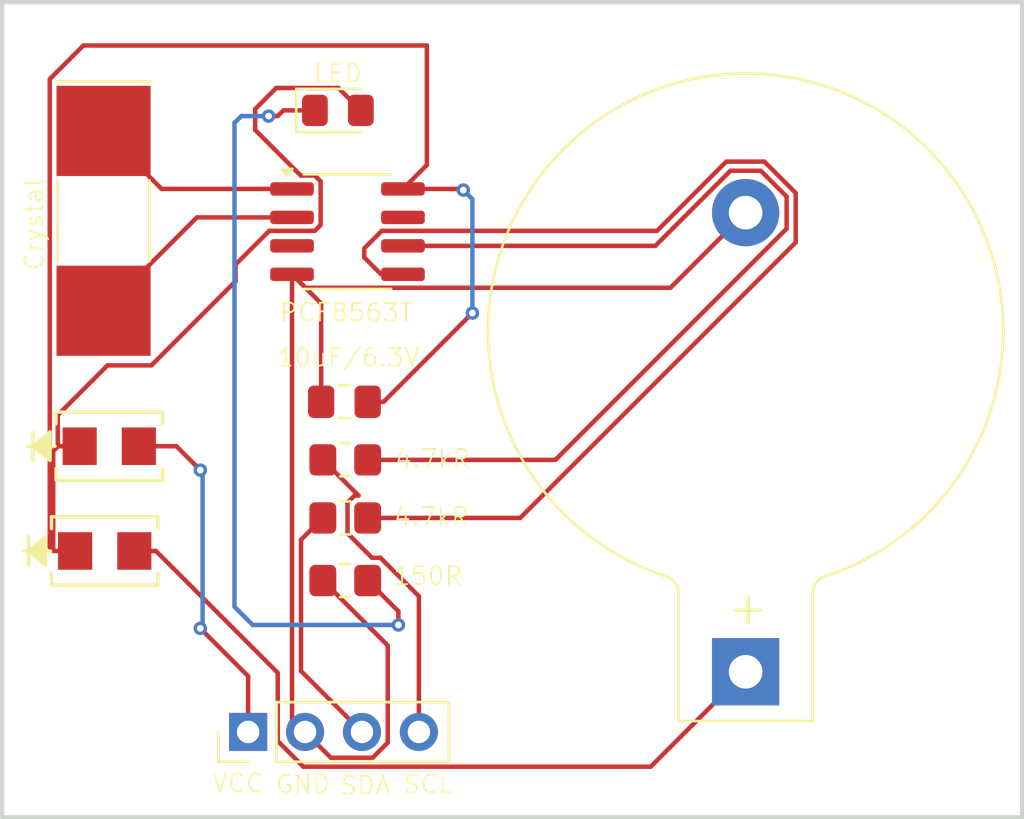
<source format=kicad_pcb>
(kicad_pcb (version 20240108) (generator "pcbnew") (generator_version "8.0")
  (layers (0 "F.Cu" signal) (31 "B.Cu" signal) (34 "B.Paste" user) (35 "F.Paste" user) (36 "B.SilkS" user "B.Silkscreen") (37 "F.SilkS" user "F.Silkscreen") (38 "B.Mask" user) (39 "F.Mask" user) (44 "Edge.Cuts" user))
  (net 0 "")
  (net 1 "Net-(D1-K)")
  (net 2 "Net-(J1-Pin_2)")
  (net 3 "Net-(D1-A)")
  (net 4 "Net-(D2-A)")
  (net 5 "Net-(D3-K)")
  (net 6 "Net-(J2-Pin_4)")
  (net 7 "Net-(J2-Pin_3)")
  (net 8 "Net-(U1-SDA)")
  (net 9 "Net-(U1-SCL)")
  (net 11 "Net-(U1-OSCO)")
  (net 13 "Net-(U1-OSCI)")
  (footprint "LED_SMD:LED_0805_2012Metric_Pad1.15x1.40mm_HandSolder" (layer "F.Cu") (at 123.943 82.9564)
    (property "Reference" "LED" (at 0 -1.65 0) (layer "F.SilkS") (effects (font (size 0.8 0.8) (thickness 0.08))))
    (property "Value" "LED" (hide yes))
    (fp_line (start -1.86 -0.96) (end -1.86 0.96) (stroke (width 0.12)) (layer "F.SilkS"))
    (fp_line (start -1.86 0.96) (end 1 0.96) (stroke (width 0.12)) (layer "F.SilkS"))
    (fp_line (start 1 -0.96) (end -1.86 -0.96) (stroke (width 0.12)) (layer "F.SilkS"))
    (pad "1" smd roundrect (at -1.025 0) (size 1.15 1.4) (layers "F.Cu" "F.Paste" "F.Mask") (roundrect_rratio 0.217391) (net 5 "Net-(D3-K)"))
    (pad "2" smd roundrect (at 1.025 0) (size 1.15 1.4) (layers "F.Cu" "F.Paste" "F.Mask") (roundrect_rratio 0.217391) (net 1 "Net-(D1-K)"))
  )
  (footprint "Connector_PinHeader_2.54mm:PinHeader_1x04_P2.54mm_Vertical" (layer "F.Cu") (at 119.9388 110.6932 90)
    (property "Reference" "J2" (hide yes))
    (property "Value" "Microcontroller" (hide yes))
    (fp_line (start -1.33 -1.33) (end 0 -1.33) (stroke (width 0.12)) (layer "F.SilkS"))
    (fp_line (start -1.33 0) (end -1.33 -1.33) (stroke (width 0.12)) (layer "F.SilkS"))
    (fp_line (start 1.33 1.27) (end 1.33 8.95) (stroke (width 0.12)) (layer "F.SilkS"))
    (fp_line (start -1.33 1.27) (end 1.33 1.27) (stroke (width 0.12)) (layer "F.SilkS"))
    (fp_line (start -1.33 1.27) (end -1.33 8.95) (stroke (width 0.12)) (layer "F.SilkS"))
    (fp_line (start -1.33 8.95) (end 1.33 8.95) (stroke (width 0.12)) (layer "F.SilkS"))
    (pad "1" thru_hole rect (at 0 0 90) (size 1.7 1.7) (drill 1) (layers "*.Cu" "*.Mask") (net 4 "Net-(D2-A)"))
    (pad "2" thru_hole oval (at 0 2.54 90) (size 1.7 1.7) (drill 1) (layers "*.Cu" "*.Mask") (net 2 "Net-(J1-Pin_2)"))
    (pad "3" thru_hole oval (at 0 5.08 90) (size 1.7 1.7) (drill 1) (layers "*.Cu" "*.Mask") (net 7 "Net-(J2-Pin_3)"))
    (pad "4" thru_hole oval (at 0 7.62 90) (size 1.7 1.7) (drill 1) (layers "*.Cu" "*.Mask") (net 6 "Net-(J2-Pin_4)"))
  )
  (footprint "Battery:BatteryHolder_Keystone_103_1x20mm" (layer "F.Cu") (at 142.138399 108.008001 90)
    (property "Reference" "J1" (hide yes))
    (property "Value" "Battery-holder" (hide yes))
    (fp_line (start -2.2 -3) (end 3.5 -3) (stroke (width 0.12)) (layer "F.SilkS"))
    (fp_line (start -2.2 3) (end -2.2 -3) (stroke (width 0.12)) (layer "F.SilkS"))
    (fp_line (start -2.2 3) (end 3.5 3) (stroke (width 0.12)) (layer "F.SilkS"))
    (fp_arc (start 4.25 -3.5) (mid 3.950694 -3.136459) (end 3.5 -3) (stroke (width 0.12)) (layer "F.SilkS"))
    (fp_arc (start 4.25 -3.5) (mid 16.971103 -11.358466) (end 26.695671 0) (stroke (width 0.12)) (layer "F.SilkS"))
    (fp_arc (start 26.695671 0) (mid 16.971103 11.358466) (end 4.25 3.5) (stroke (width 0.12)) (layer "F.SilkS"))
    (fp_arc (start 3.5 3) (mid 3.950694 3.136459) (end 4.25 3.5) (stroke (width 0.12)) (layer "F.SilkS"))
    (fp_text user "+" (at 2.75 0 90) (layer "F.SilkS") (effects (font (size 1.5 1.5))))
    (pad "1" thru_hole rect (at 0 0 90) (size 3 3) (drill 1.5) (layers "*.Cu" "*.Mask") (net 3 "Net-(D1-A)"))
    (pad "2" thru_hole circle (at 20.49 0 90) (size 3 3) (drill 1.5) (layers "*.Cu" "*.Mask") (net 2 "Net-(J1-Pin_2)"))
  )
  (footprint "SS14_Schottky:DO-214AC_VIS" (layer "F.Cu") (at 113.538 102.616)
    (property "Reference" "D1" (hide yes))
    (property "Value" "Schottky-diode" (hide yes))
    (fp_line (start -3.4036 -0.635) (end -3.4036 0.635) (stroke (width 0.1524)) (layer "F.SilkS"))
    (fp_line (start -3.4036 0) (end -2.6416 -0.635) (stroke (width 0.1524)) (layer "F.SilkS"))
    (fp_line (start -3.4036 0) (end -2.6416 -0.508) (stroke (width 0.1524)) (layer "F.SilkS"))
    (fp_line (start -3.4036 0) (end -2.6416 -0.381) (stroke (width 0.1524)) (layer "F.SilkS"))
    (fp_line (start -3.4036 0) (end -2.6416 -0.254) (stroke (width 0.1524)) (layer "F.SilkS"))
    (fp_line (start -3.4036 0) (end -2.6416 -0.127) (stroke (width 0.1524)) (layer "F.SilkS"))
    (fp_line (start -3.4036 0) (end -2.6416 0.127) (stroke (width 0.1524)) (layer "F.SilkS"))
    (fp_line (start -3.4036 0) (end -2.6416 0.254) (stroke (width 0.1524)) (layer "F.SilkS"))
    (fp_line (start -3.4036 0) (end -2.6416 0.381) (stroke (width 0.1524)) (layer "F.SilkS"))
    (fp_line (start -3.4036 0) (end -2.6416 0.508) (stroke (width 0.1524)) (layer "F.SilkS"))
    (fp_line (start -3.4036 0) (end -2.6416 0.635) (stroke (width 0.1524)) (layer "F.SilkS"))
    (fp_line (start -2.6416 -0.635) (end -2.6416 0.635) (stroke (width 0.1524)) (layer "F.SilkS"))
    (fp_line (start -2.41554 0) (end -3.6576 0) (stroke (width 0.1524)) (layer "F.SilkS"))
    (fp_line (start -2.3749 -1.524) (end -2.3749 -0.997553) (stroke (width 0.1524)) (layer "F.SilkS"))
    (fp_line (start -2.3749 0.997553) (end -2.3749 1.524) (stroke (width 0.1524)) (layer "F.SilkS"))
    (fp_line (start -2.3749 1.524) (end 2.3749 1.524) (stroke (width 0.1524)) (layer "F.SilkS"))
    (fp_line (start 2.3749 -1.524) (end -2.3749 -1.524) (stroke (width 0.1524)) (layer "F.SilkS"))
    (fp_line (start 2.3749 -0.997553) (end 2.3749 -1.524) (stroke (width 0.1524)) (layer "F.SilkS"))
    (fp_line (start 2.3749 1.524) (end 2.3749 0.997553) (stroke (width 0.1524)) (layer "F.SilkS"))
    (pad "1" smd rect (at -1.3208 0) (size 1.524 1.6764) (layers "F.Cu" "F.Paste" "F.Mask") (net 1 "Net-(D1-K)"))
    (pad "2" smd rect (at 1.3208 0) (size 1.524 1.6764) (layers "F.Cu" "F.Paste" "F.Mask") (net 3 "Net-(D1-A)"))
  )
  (footprint "Crystal:Crystal_SMD_MicroCrystal_CC1V-T1A-2Pin_8.0x3.7mm_HandSoldering" (layer "F.Cu") (at 113.4872 87.8847 -90)
    (property "Reference" "Crystal" (at 0.1517 3.0988 90) (layer "F.SilkS") (effects (font (size 0.8 0.8) (thickness 0.08))))
    (property "Value" "Crystal - 32.768kHz" (hide yes))
    (fp_line (start -1.8 2.05) (end 1.8 2.05) (stroke (width 0.12)) (layer "F.SilkS"))
    (fp_line (start -1.8 -2.05) (end 1.8 -2.05) (stroke (width 0.12)) (layer "F.SilkS"))
    (fp_line (start -6.225 -2.1) (end -6.225 2.1) (stroke (width 0.12)) (layer "F.SilkS"))
    (pad "1" smd rect (at -4.0125 0 270) (size 4.025 4.2) (layers "F.Cu" "F.Paste" "F.Mask") (net 13 "Net-(U1-OSCI)"))
    (pad "2" smd rect (at 4.0125 0 270) (size 4.025 4.2) (layers "F.Cu" "F.Paste" "F.Mask") (net 11 "Net-(U1-OSCO)"))
  )
  (footprint "Resistor_SMD:R_0805_2012Metric_Pad1.20x1.40mm_HandSolder" (layer "F.Cu") (at 124.2728 98.552)
    (property "Reference" "R2" (hide yes))
    (property "Value" "4.7kR" (hide yes))
    (fp_line (start -0.227064 -0.735) (end 0.227064 -0.735) (stroke (width 0.12)) (layer "F.SilkS"))
    (fp_line (start -0.227064 0.735) (end 0.227064 0.735) (stroke (width 0.12)) (layer "F.SilkS"))
    (pad "1" smd roundrect (at -1 0) (size 1.2 1.4) (layers "F.Cu" "F.Paste" "F.Mask") (roundrect_rratio 0.208333) (net 6 "Net-(J2-Pin_4)"))
    (pad "2" smd roundrect (at 1 0) (size 1.2 1.4) (layers "F.Cu" "F.Paste" "F.Mask") (roundrect_rratio 0.208333) (net 9 "Net-(U1-SCL)"))
  )
  (footprint "Resistor_SMD:R_0805_2012Metric_Pad1.20x1.40mm_HandSolder" (layer "F.Cu") (at 124.2728 101.1428)
    (property "Reference" "R1" (hide yes))
    (property "Value" "4.7kR" (hide yes))
    (fp_line (start -0.227064 -0.735) (end 0.227064 -0.735) (stroke (width 0.12)) (layer "F.SilkS"))
    (fp_line (start -0.227064 0.735) (end 0.227064 0.735) (stroke (width 0.12)) (layer "F.SilkS"))
    (pad "1" smd roundrect (at -1 0) (size 1.2 1.4) (layers "F.Cu" "F.Paste" "F.Mask") (roundrect_rratio 0.208333) (net 7 "Net-(J2-Pin_3)"))
    (pad "2" smd roundrect (at 1 0) (size 1.2 1.4) (layers "F.Cu" "F.Paste" "F.Mask") (roundrect_rratio 0.208333) (net 8 "Net-(U1-SDA)"))
  )
  (footprint "Capacitor_SMD:C_0805_2012Metric_Pad1.18x1.45mm_HandSolder" (layer "F.Cu") (at 124.2353 95.9612)
    (property "Reference" "10uF/6.3V" (at 0.1739 -1.9812 0) (layer "F.SilkS") (effects (font (size 0.8 0.8) (thickness 0.08))))
    (property "Value" "C - 10uF/6.3V" (hide yes))
    (fp_line (start -0.261252 -0.735) (end 0.261252 -0.735) (stroke (width 0.12)) (layer "F.SilkS"))
    (fp_line (start -0.261252 0.735) (end 0.261252 0.735) (stroke (width 0.12)) (layer "F.SilkS"))
    (pad "1" smd roundrect (at -1.0375 0) (size 1.175 1.45) (layers "F.Cu" "F.Paste" "F.Mask") (roundrect_rratio 0.212766) (net 2 "Net-(J1-Pin_2)"))
    (pad "2" smd roundrect (at 1.0375 0) (size 1.175 1.45) (layers "F.Cu" "F.Paste" "F.Mask") (roundrect_rratio 0.212766) (net 1 "Net-(D1-K)"))
  )
  (footprint "SS14_Schottky:DO-214AC_VIS" (layer "F.Cu") (at 113.7412 97.9424)
    (property "Reference" "D2" (hide yes))
    (property "Value" "Schottky-diode" (hide yes))
    (fp_line (start -3.4036 -0.635) (end -3.4036 0.635) (stroke (width 0.1524)) (layer "F.SilkS"))
    (fp_line (start -3.4036 0) (end -2.6416 -0.635) (stroke (width 0.1524)) (layer "F.SilkS"))
    (fp_line (start -3.4036 0) (end -2.6416 -0.508) (stroke (width 0.1524)) (layer "F.SilkS"))
    (fp_line (start -3.4036 0) (end -2.6416 -0.381) (stroke (width 0.1524)) (layer "F.SilkS"))
    (fp_line (start -3.4036 0) (end -2.6416 -0.254) (stroke (width 0.1524)) (layer "F.SilkS"))
    (fp_line (start -3.4036 0) (end -2.6416 -0.127) (stroke (width 0.1524)) (layer "F.SilkS"))
    (fp_line (start -3.4036 0) (end -2.6416 0.127) (stroke (width 0.1524)) (layer "F.SilkS"))
    (fp_line (start -3.4036 0) (end -2.6416 0.254) (stroke (width 0.1524)) (layer "F.SilkS"))
    (fp_line (start -3.4036 0) (end -2.6416 0.381) (stroke (width 0.1524)) (layer "F.SilkS"))
    (fp_line (start -3.4036 0) (end -2.6416 0.508) (stroke (width 0.1524)) (layer "F.SilkS"))
    (fp_line (start -3.4036 0) (end -2.6416 0.635) (stroke (width 0.1524)) (layer "F.SilkS"))
    (fp_line (start -2.6416 -0.635) (end -2.6416 0.635) (stroke (width 0.1524)) (layer "F.SilkS"))
    (fp_line (start -2.41554 0) (end -3.6576 0) (stroke (width 0.1524)) (layer "F.SilkS"))
    (fp_line (start -2.3749 -1.524) (end -2.3749 -0.997553) (stroke (width 0.1524)) (layer "F.SilkS"))
    (fp_line (start -2.3749 0.997553) (end -2.3749 1.524) (stroke (width 0.1524)) (layer "F.SilkS"))
    (fp_line (start -2.3749 1.524) (end 2.3749 1.524) (stroke (width 0.1524)) (layer "F.SilkS"))
    (fp_line (start 2.3749 -1.524) (end -2.3749 -1.524) (stroke (width 0.1524)) (layer "F.SilkS"))
    (fp_line (start 2.3749 -0.997553) (end 2.3749 -1.524) (stroke (width 0.1524)) (layer "F.SilkS"))
    (fp_line (start 2.3749 1.524) (end 2.3749 0.997553) (stroke (width 0.1524)) (layer "F.SilkS"))
    (pad "1" smd rect (at -1.3208 0) (size 1.524 1.6764) (layers "F.Cu" "F.Paste" "F.Mask") (net 1 "Net-(D1-K)"))
    (pad "2" smd rect (at 1.3208 0) (size 1.524 1.6764) (layers "F.Cu" "F.Paste" "F.Mask") (net 4 "Net-(D2-A)"))
  )
  (footprint "Package_SO:SOIC-8_3.9x4.9mm_P1.27mm" (layer "F.Cu") (at 124.3726 88.3666)
    (property "Reference" "U1" (hide yes))
    (property "Value" "PCF8563T" (at -0.0508 3.6068 180) (layer "F.SilkS") (effects (font (size 0.8 0.8) (thickness 0.08))))
    (fp_line (start 0 -2.56) (end -1.95 -2.56) (stroke (width 0.12)) (layer "F.SilkS"))
    (fp_line (start 0 -2.56) (end 1.95 -2.56) (stroke (width 0.12)) (layer "F.SilkS"))
    (fp_line (start 0 2.56) (end -1.95 2.56) (stroke (width 0.12)) (layer "F.SilkS"))
    (fp_line (start 0 2.56) (end 1.95 2.56) (stroke (width 0.12)) (layer "F.SilkS"))
    (fp_poly (pts (xy -2.7 -2.465) (xy -2.94 -2.795) (xy -2.46 -2.795) (xy -2.7 -2.465)) (stroke (width 0.12)) (fill solid) (layer "F.SilkS"))
    (pad "1" smd roundrect (at -2.475 -1.905) (size 1.95 0.6) (layers "F.Cu" "F.Paste" "F.Mask") (net 13 "Net-(U1-OSCI)"))
    (pad "2" smd roundrect (at -2.475 -0.635) (size 1.95 0.6) (layers "F.Cu" "F.Paste" "F.Mask") (net 11 "Net-(U1-OSCO)"))
    (pad "3" smd roundrect (at -2.475 0.635) (size 1.95 0.6) (layers "F.Cu" "F.Paste" "F.Mask"))
    (pad "4" smd roundrect (at -2.475 1.905) (size 1.95 0.6) (layers "F.Cu" "F.Paste" "F.Mask") (net 2 "Net-(J1-Pin_2)"))
    (pad "5" smd roundrect (at 2.475 1.905) (size 1.95 0.6) (layers "F.Cu" "F.Paste" "F.Mask") (net 8 "Net-(U1-SDA)"))
    (pad "6" smd roundrect (at 2.475 0.635) (size 1.95 0.6) (layers "F.Cu" "F.Paste" "F.Mask") (net 9 "Net-(U1-SCL)"))
    (pad "7" smd roundrect (at 2.475 -0.635) (size 1.95 0.6) (layers "F.Cu" "F.Paste" "F.Mask"))
    (pad "8" smd roundrect (at 2.475 -1.905) (size 1.95 0.6) (layers "F.Cu" "F.Paste" "F.Mask") (net 1 "Net-(D1-K)"))
  )
  (footprint "Resistor_SMD:R_0805_2012Metric_Pad1.20x1.40mm_HandSolder" (layer "F.Cu") (at 124.2728 103.9368)
    (property "Reference" "150R" (at 3.6924 -0.2032 0) (layer "F.SilkS") (effects (font (size 0.8 0.8) (thickness 0.08))))
    (property "Value" "150R" (hide yes))
    (fp_line (start -0.227064 -0.735) (end 0.227064 -0.735) (stroke (width 0.12)) (layer "F.SilkS"))
    (fp_line (start -0.227064 0.735) (end 0.227064 0.735) (stroke (width 0.12)) (layer "F.SilkS"))
    (pad "1" smd roundrect (at -1 0) (size 1.2 1.4) (layers "F.Cu" "F.Paste" "F.Mask") (roundrect_rratio 0.208333) (net 2 "Net-(J1-Pin_2)"))
    (pad "2" smd roundrect (at 1 0) (size 1.2 1.4) (layers "F.Cu" "F.Paste" "F.Mask") (roundrect_rratio 0.208333) (net 5 "Net-(D3-K)"))
  )
  (gr_rect (start 108.966 78.1304) (end 154.4828 114.5032) (stroke (width 0.2)) (fill none) (layer "Edge.Cuts"))
  (gr_text "4.7kR" (at 128.1684 98.5012 0) (layer "F.SilkS") (effects (font (size 0.8 0.8) (thickness 0.08))))
  (gr_text "VCC" (at 119.4816 112.9792 0) (layer "F.SilkS") (effects (font (size 0.8 0.8) (thickness 0.08))))
  (gr_text "SDA" (at 125.1712 113.0808 0) (layer "F.SilkS") (effects (font (size 0.8 0.8) (thickness 0.08))))
  (gr_text "SCL" (at 127.9652 113.03 0) (layer "F.SilkS") (effects (font (size 0.8 0.8) (thickness 0.08))))
  (gr_text "4.7kR" (at 128.1176 101.092 0) (layer "F.SilkS") (effects (font (size 0.8 0.8) (thickness 0.08))))
  (gr_text "GND" (at 122.3772 113.03 0) (layer "F.SilkS") (effects (font (size 0.8 0.8) (thickness 0.08))))
  (segment (start 111.0872 102.448) (end 111.0872 81.5597) (width 0.2) (layer "F.Cu") (net 1))
  (segment (start 120.2532 83.8296) (end 120.2532 82.896) (width 0.2) (layer "F.Cu") (net 1))
  (segment (start 111.4584 97.9424) (end 112.4204 97.9424) (width 0.2) (layer "F.Cu") (net 1))
  (segment (start 112.5861 80.0608) (end 127.9144 80.0608) (width 0.2) (layer "F.Cu") (net 1))
  (segment (start 123.968 81.9564) (end 124.968 82.9564) (width 0.2) (layer "F.Cu") (net 1))
  (segment (start 111.2409 102.6017) (end 111.2409 98.1599) (width 0.2) (layer "F.Cu") (net 1))
  (segment (start 120.2532 82.896) (end 121.1928 81.9564) (width 0.2) (layer "F.Cu") (net 1))
  (segment (start 122.2852 85.8616) (end 120.2532 83.8296) (width 0.2) (layer "F.Cu") (net 1))
  (segment (start 111.4584 97.9424) (end 111.4441 97.9281) (width 0.2) (layer "F.Cu") (net 1))
  (segment (start 119.38 89.833648) (end 120.882048 88.3316) (width 0.2) (layer "F.Cu") (net 1))
  (segment (start 123.1726 88.072152) (end 123.1726 86.121048) (width 0.2) (layer "F.Cu") (net 1))
  (segment (start 111.2552 102.616) (end 111.2409 102.6017) (width 0.2) (layer "F.Cu") (net 1))
  (segment (start 125.984 95.9612) (end 129.9464 91.9988) (width 0.2) (layer "F.Cu") (net 1))
  (segment (start 119.38 90.5764) (end 119.38 89.833648) (width 0.2) (layer "F.Cu") (net 1))
  (segment (start 122.913152 85.8616) (end 122.2852 85.8616) (width 0.2) (layer "F.Cu") (net 1))
  (segment (start 127.9144 80.0608) (end 127.9144 85.3948) (width 0.2) (layer "F.Cu") (net 1))
  (segment (start 122.913152 88.3316) (end 123.1726 88.072152) (width 0.2) (layer "F.Cu") (net 1))
  (segment (start 121.1928 81.9564) (end 123.968 81.9564) (width 0.2) (layer "F.Cu") (net 1))
  (segment (start 120.882048 88.3316) (end 122.913152 88.3316) (width 0.2) (layer "F.Cu") (net 1))
  (segment (start 111.4441 96.554778) (end 113.663278 94.3356) (width 0.2) (layer "F.Cu") (net 1))
  (segment (start 111.2552 102.616) (end 111.0872 102.448) (width 0.2) (layer "F.Cu") (net 1))
  (segment (start 123.1726 86.121048) (end 122.913152 85.8616) (width 0.2) (layer "F.Cu") (net 1))
  (segment (start 111.4441 97.9281) (end 111.4441 96.554778) (width 0.2) (layer "F.Cu") (net 1))
  (segment (start 112.2172 102.616) (end 111.2552 102.616) (width 0.2) (layer "F.Cu") (net 1))
  (segment (start 115.6208 94.3356) (end 119.38 90.5764) (width 0.2) (layer "F.Cu") (net 1))
  (segment (start 129.4892 86.4616) (end 126.8476 86.4616) (width 0.2) (layer "F.Cu") (net 1))
  (segment (start 129.54 86.5124) (end 129.4892 86.4616) (width 0.2) (layer "F.Cu") (net 1))
  (segment (start 125.2728 95.9612) (end 125.984 95.9612) (width 0.2) (layer "F.Cu") (net 1))
  (segment (start 111.2409 98.1599) (end 111.4584 97.9424) (width 0.2) (layer "F.Cu") (net 1))
  (segment (start 111.0872 81.5597) (end 112.5861 80.0608) (width 0.2) (layer "F.Cu") (net 1))
  (segment (start 113.663278 94.3356) (end 115.6208 94.3356) (width 0.2) (layer "F.Cu") (net 1))
  (segment (start 127.9144 85.3948) (end 126.8476 86.4616) (width 0.2) (layer "F.Cu") (net 1))
  (via (at 129.9464 91.9988) (size 0.6) (drill 0.3) (layers "F.Cu" "B.Cu") (net 1))
  (via (at 129.54 86.5124) (size 0.6) (drill 0.3) (layers "F.Cu" "B.Cu") (net 1))
  (segment (start 129.9464 91.9988) (end 129.9464 86.9188) (width 0.2) (layer "B.Cu") (net 1))
  (segment (start 129.9464 86.9188) (end 129.54 86.5124) (width 0.2) (layer "B.Cu") (net 1))
  (segment (start 123.1978 91.5718) (end 121.8976 90.2716) (width 0.2) (layer "F.Cu") (net 2))
  (segment (start 122.4976 90.8716) (end 121.8976 90.2716) (width 0.2) (layer "F.Cu") (net 2))
  (segment (start 123.6288 111.8432) (end 122.4788 110.6932) (width 0.2) (layer "F.Cu") (net 2))
  (segment (start 126.1688 111.169546) (end 125.495146 111.8432) (width 0.2) (layer "F.Cu") (net 2))
  (segment (start 142.138399 87.518001) (end 138.7848 90.8716) (width 0.2) (layer "F.Cu") (net 2))
  (segment (start 126.1688 106.8328) (end 126.1688 111.169546) (width 0.2) (layer "F.Cu") (net 2))
  (segment (start 125.495146 111.8432) (end 123.6288 111.8432) (width 0.2) (layer "F.Cu") (net 2))
  (segment (start 121.8976 110.112) (end 121.8976 90.2716) (width 0.2) (layer "F.Cu") (net 2))
  (segment (start 138.7848 90.8716) (end 122.4976 90.8716) (width 0.2) (layer "F.Cu") (net 2))
  (segment (start 123.2728 103.9368) (end 126.1688 106.8328) (width 0.2) (layer "F.Cu") (net 2))
  (segment (start 122.4788 110.6932) (end 121.8976 110.112) (width 0.2) (layer "F.Cu") (net 2))
  (segment (start 123.1978 95.9612) (end 123.1978 91.5718) (width 0.2) (layer "F.Cu") (net 2))
  (segment (start 115.8208 102.616) (end 114.8588 102.616) (width 0.2) (layer "F.Cu") (net 3))
  (segment (start 142.138399 108.008001) (end 137.9032 112.2432) (width 0.2) (layer "F.Cu") (net 3))
  (segment (start 137.9032 112.2432) (end 122.402454 112.2432) (width 0.2) (layer "F.Cu") (net 3))
  (segment (start 121.2596 111.100346) (end 121.2596 108.0548) (width 0.2) (layer "F.Cu") (net 3))
  (segment (start 121.2596 108.0548) (end 115.8208 102.616) (width 0.2) (layer "F.Cu") (net 3))
  (segment (start 122.402454 112.2432) (end 121.2596 111.100346) (width 0.2) (layer "F.Cu") (net 3))
  (segment (start 117.8052 99.0092) (end 116.7384 97.9424) (width 0.2) (layer "F.Cu") (net 4))
  (segment (start 116.7384 97.9424) (end 115.062 97.9424) (width 0.2) (layer "F.Cu") (net 4))
  (segment (start 119.9388 110.6932) (end 119.9388 108.204) (width 0.2) (layer "F.Cu") (net 4))
  (segment (start 119.9388 108.204) (end 117.8052 106.0704) (width 0.2) (layer "F.Cu") (net 4))
  (via (at 117.8052 106.0704) (size 0.6) (drill 0.3) (layers "F.Cu" "B.Cu") (net 4))
  (via (at 117.8052 99.0092) (size 0.6) (drill 0.3) (layers "F.Cu" "B.Cu") (net 4))
  (segment (start 117.8052 106.0704) (end 117.9068 105.9688) (width 0.2) (layer "B.Cu") (net 4))
  (segment (start 117.9068 105.9688) (end 117.9068 99.1108) (width 0.2) (layer "B.Cu") (net 4))
  (segment (start 117.9068 99.1108) (end 117.8052 99.0092) (width 0.2) (layer "B.Cu") (net 4))
  (segment (start 121.2596 83.2104) (end 121.5136 82.9564) (width 0.2) (layer "F.Cu") (net 5))
  (segment (start 126.6444 105.3084) (end 126.6444 105.918) (width 0.2) (layer "F.Cu") (net 5))
  (segment (start 125.2728 103.9368) (end 126.6444 105.3084) (width 0.2) (layer "F.Cu") (net 5))
  (segment (start 121.5136 82.9564) (end 122.918 82.9564) (width 0.2) (layer "F.Cu") (net 5))
  (segment (start 120.8532 83.2104) (end 121.2596 83.2104) (width 0.2) (layer "F.Cu") (net 5))
  (via (at 126.6444 105.918) (size 0.6) (drill 0.3) (layers "F.Cu" "B.Cu") (net 5))
  (via (at 120.8532 83.2104) (size 0.6) (drill 0.3) (layers "F.Cu" "B.Cu") (net 5))
  (segment (start 119.6848 105.4608) (end 119.3292 105.1052) (width 0.2) (layer "B.Cu") (net 5))
  (segment (start 119.3292 105.1052) (end 119.3292 83.5152) (width 0.2) (layer "B.Cu") (net 5))
  (segment (start 119.634 83.2104) (end 120.8532 83.2104) (width 0.2) (layer "B.Cu") (net 5))
  (segment (start 120.142 105.918) (end 119.6848 105.4608) (width 0.2) (layer "B.Cu") (net 5))
  (segment (start 126.6444 105.918) (end 120.142 105.918) (width 0.2) (layer "B.Cu") (net 5))
  (segment (start 119.3292 83.5152) (end 119.634 83.2104) (width 0.2) (layer "B.Cu") (net 5))
  (segment (start 124.3728 101.827544) (end 125.466056 102.9208) (width 0.2) (layer "F.Cu") (net 6))
  (segment (start 127.5588 104.638056) (end 127.5588 110.6932) (width 0.2) (layer "F.Cu") (net 6))
  (segment (start 124.3728 100.458056) (end 124.3728 101.827544) (width 0.2) (layer "F.Cu") (net 6))
  (segment (start 125.466056 102.9208) (end 125.841544 102.9208) (width 0.2) (layer "F.Cu") (net 6))
  (segment (start 123.2728 98.552) (end 124.8636 100.1428) (width 0.2) (layer "F.Cu") (net 6))
  (segment (start 125.841544 102.9208) (end 127.5588 104.638056) (width 0.2) (layer "F.Cu") (net 6))
  (segment (start 124.8636 100.1428) (end 124.688056 100.1428) (width 0.2) (layer "F.Cu") (net 6))
  (segment (start 124.688056 100.1428) (end 124.3728 100.458056) (width 0.2) (layer "F.Cu") (net 6))
  (segment (start 122.2976 102.118) (end 122.2976 107.972) (width 0.2) (layer "F.Cu") (net 7))
  (segment (start 123.2728 101.1428) (end 122.2976 102.118) (width 0.2) (layer "F.Cu") (net 7))
  (segment (start 122.2976 107.972) (end 125.0188 110.6932) (width 0.2) (layer "F.Cu") (net 7))
  (segment (start 125.1204 89.519399) (end 125.1204 89.113248) (width 0.2) (layer "F.Cu") (net 8))
  (segment (start 144.3736 86.641931) (end 144.3736 88.8492) (width 0.2) (layer "F.Cu") (net 8))
  (segment (start 125.872601 90.2716) (end 125.1204 89.519399) (width 0.2) (layer "F.Cu") (net 8))
  (segment (start 125.902048 88.3316) (end 138.1856 88.3316) (width 0.2) (layer "F.Cu") (net 8))
  (segment (start 141.2748 85.2424) (end 142.974069 85.2424) (width 0.2) (layer "F.Cu") (net 8))
  (segment (start 138.1856 88.3316) (end 141.2748 85.2424) (width 0.2) (layer "F.Cu") (net 8))
  (segment (start 126.8476 90.2716) (end 125.872601 90.2716) (width 0.2) (layer "F.Cu") (net 8))
  (segment (start 132.08 101.1428) (end 125.2728 101.1428) (width 0.2) (layer "F.Cu") (net 8))
  (segment (start 142.974069 85.2424) (end 144.3736 86.641931) (width 0.2) (layer "F.Cu") (net 8))
  (segment (start 125.1204 89.113248) (end 125.902048 88.3316) (width 0.2) (layer "F.Cu") (net 8))
  (segment (start 144.3736 88.8492) (end 132.08 101.1428) (width 0.2) (layer "F.Cu") (net 8))
  (segment (start 143.9672 88.234785) (end 133.649985 98.552) (width 0.2) (layer "F.Cu") (net 9))
  (segment (start 143.9672 86.801217) (end 143.9672 88.234785) (width 0.2) (layer "F.Cu") (net 9))
  (segment (start 126.8476 89.0016) (end 138.109215 89.0016) (width 0.2) (layer "F.Cu") (net 9))
  (segment (start 142.814783 85.6488) (end 143.9672 86.801217) (width 0.2) (layer "F.Cu") (net 9))
  (segment (start 138.109215 89.0016) (end 141.462015 85.6488) (width 0.2) (layer "F.Cu") (net 9))
  (segment (start 133.649985 98.552) (end 125.2728 98.552) (width 0.2) (layer "F.Cu") (net 9))
  (segment (start 141.462015 85.6488) (end 142.814783 85.6488) (width 0.2) (layer "F.Cu") (net 9))
  (segment (start 121.8976 87.7316) (end 117.6528 87.7316) (width 0.2) (layer "F.Cu") (net 11))
  (segment (start 117.6528 87.7316) (end 113.4872 91.8972) (width 0.2) (layer "F.Cu") (net 11))
  (segment (start 116.0766 86.4616) (end 113.4872 83.8722) (width 0.2) (layer "F.Cu") (net 13))
  (segment (start 121.8976 86.4616) (end 116.0766 86.4616) (width 0.2) (layer "F.Cu") (net 13))
)
</source>
